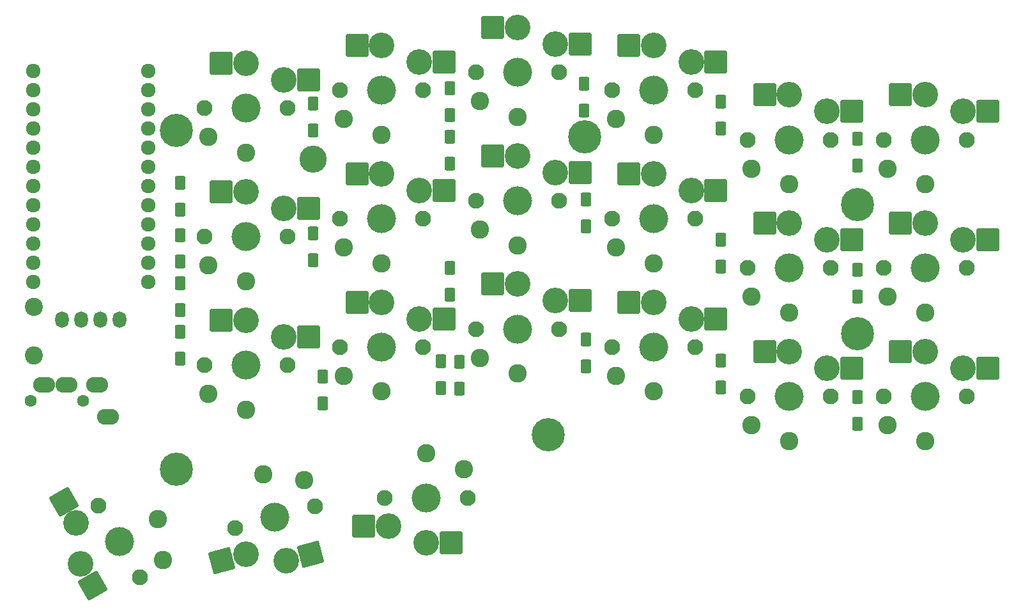
<source format=gbs>
G04 #@! TF.GenerationSoftware,KiCad,Pcbnew,(7.0.0-0)*
G04 #@! TF.CreationDate,2023-04-28T12:14:34+03:00*
G04 #@! TF.ProjectId,chococorne,63686f63-6f63-46f7-926e-652e6b696361,2.1*
G04 #@! TF.SameCoordinates,Original*
G04 #@! TF.FileFunction,Soldermask,Bot*
G04 #@! TF.FilePolarity,Negative*
%FSLAX46Y46*%
G04 Gerber Fmt 4.6, Leading zero omitted, Abs format (unit mm)*
G04 Created by KiCad (PCBNEW (7.0.0-0)) date 2023-04-28 12:14:34*
%MOMM*%
%LPD*%
G01*
G04 APERTURE LIST*
G04 Aperture macros list*
%AMRoundRect*
0 Rectangle with rounded corners*
0 $1 Rounding radius*
0 $2 $3 $4 $5 $6 $7 $8 $9 X,Y pos of 4 corners*
0 Add a 4 corners polygon primitive as box body*
4,1,4,$2,$3,$4,$5,$6,$7,$8,$9,$2,$3,0*
0 Add four circle primitives for the rounded corners*
1,1,$1+$1,$2,$3*
1,1,$1+$1,$4,$5*
1,1,$1+$1,$6,$7*
1,1,$1+$1,$8,$9*
0 Add four rect primitives between the rounded corners*
20,1,$1+$1,$2,$3,$4,$5,0*
20,1,$1+$1,$4,$5,$6,$7,0*
20,1,$1+$1,$6,$7,$8,$9,0*
20,1,$1+$1,$8,$9,$2,$3,0*%
G04 Aperture macros list end*
%ADD10C,2.101800*%
%ADD11C,3.400000*%
%ADD12C,3.829000*%
%ADD13RoundRect,0.200000X1.300000X1.300000X-1.300000X1.300000X-1.300000X-1.300000X1.300000X-1.300000X0*%
%ADD14C,2.432000*%
%ADD15RoundRect,0.200000X-1.300000X-1.300000X1.300000X-1.300000X1.300000X1.300000X-1.300000X1.300000X0*%
%ADD16RoundRect,0.200000X0.919239X1.592168X-1.592168X0.919239X-0.919239X-1.592168X1.592168X-0.919239X0*%
%ADD17RoundRect,0.200000X-0.500000X0.700000X-0.500000X-0.700000X0.500000X-0.700000X0.500000X0.700000X0*%
%ADD18C,4.400000*%
%ADD19C,3.600000*%
%ADD20C,2.400000*%
%ADD21RoundRect,0.200000X1.775833X-0.475833X0.475833X1.775833X-1.775833X0.475833X-0.475833X-1.775833X0*%
%ADD22O,1.797000X2.178000*%
%ADD23C,1.924000*%
%ADD24O,2.900000X2.100000*%
%ADD25C,1.600000*%
G04 APERTURE END LIST*
D10*
X208212500Y-117520000D03*
D11*
X202712500Y-123470000D03*
D12*
X202712500Y-117520000D03*
D11*
X197712500Y-121270000D03*
D10*
X197212500Y-117520000D03*
D13*
X205987500Y-123470000D03*
D14*
X202712500Y-111620000D03*
X207712500Y-113720000D03*
D13*
X194437500Y-121270000D03*
D10*
X227312500Y-97555000D03*
D11*
X232812500Y-91605000D03*
D12*
X232812500Y-97555000D03*
D11*
X237812500Y-93805000D03*
D10*
X238312500Y-97555000D03*
D15*
X229537500Y-91605000D03*
D14*
X232812500Y-103455000D03*
X227812500Y-101355000D03*
D15*
X241087500Y-93805000D03*
D10*
X187975092Y-118686495D03*
D11*
X184202473Y-125857259D03*
D12*
X182662500Y-120110000D03*
D11*
X178803442Y-125026317D03*
D10*
X177349908Y-121533505D03*
D16*
X187365880Y-125009626D03*
D14*
X181135468Y-114411038D03*
X186508617Y-115145387D03*
D16*
X175640035Y-125873949D03*
D10*
X245312500Y-87110000D03*
D11*
X250812500Y-81160000D03*
D12*
X250812500Y-87110000D03*
D11*
X255812500Y-83360000D03*
D10*
X256312500Y-87110000D03*
D15*
X247537500Y-81160000D03*
D14*
X250812500Y-93010000D03*
X245812500Y-90910000D03*
D15*
X259087500Y-83360000D03*
D17*
X241740000Y-102925990D03*
X241740000Y-99375990D03*
X170070000Y-99075990D03*
X170070000Y-95525990D03*
D18*
X218902500Y-109180000D03*
D17*
X223840000Y-100095990D03*
X223840000Y-96545990D03*
D19*
X187697500Y-72655000D03*
D17*
X170070000Y-92635990D03*
X170070000Y-89085990D03*
X188960000Y-105035990D03*
X188960000Y-101485990D03*
X187720000Y-68865990D03*
X187720000Y-65315990D03*
X259820000Y-107765990D03*
X259820000Y-104215990D03*
X259820000Y-73515990D03*
X259820000Y-69965990D03*
D18*
X259852500Y-95820000D03*
D17*
X223650000Y-62705000D03*
X223650000Y-66255000D03*
X205810000Y-73265990D03*
X205810000Y-69715990D03*
X205810000Y-66795990D03*
X205810000Y-63245990D03*
D18*
X259852500Y-78680000D03*
D17*
X204630000Y-103025990D03*
X204630000Y-99475990D03*
X241740000Y-68635990D03*
X241740000Y-65085990D03*
X241740000Y-86865990D03*
X241740000Y-83315990D03*
D20*
X150692500Y-92210000D03*
X150692500Y-98710000D03*
D17*
X207070000Y-103045990D03*
X207070000Y-99495990D03*
X170070000Y-86265990D03*
X170070000Y-82715990D03*
D18*
X169582500Y-68830000D03*
X223722000Y-69700000D03*
D10*
X164812500Y-128083140D03*
D11*
X156909649Y-126295000D03*
D12*
X162062500Y-123320000D03*
D11*
X156314905Y-120864873D03*
D10*
X159312500Y-118556860D03*
D21*
X158547149Y-129131233D03*
D14*
X167172050Y-120370000D03*
X167853397Y-125750127D03*
D21*
X154677405Y-118028640D03*
D10*
X227312500Y-63550000D03*
D11*
X232812500Y-57600000D03*
D12*
X232812500Y-63550000D03*
D11*
X237812500Y-59800000D03*
D10*
X238312500Y-63550000D03*
D15*
X229537500Y-57600000D03*
D14*
X232812500Y-69450000D03*
X227812500Y-67350000D03*
D15*
X241087500Y-59800000D03*
D10*
X173312500Y-65930000D03*
D11*
X178812500Y-59980000D03*
D12*
X178812500Y-65930000D03*
D11*
X183812500Y-62180000D03*
D10*
X184312500Y-65930000D03*
D15*
X175537500Y-59980000D03*
D14*
X178812500Y-71830000D03*
X173812500Y-69730000D03*
D15*
X187087500Y-62180000D03*
D10*
X191312500Y-80550000D03*
D11*
X196812500Y-74600000D03*
D12*
X196812500Y-80550000D03*
D11*
X201812500Y-76800000D03*
D10*
X202312500Y-80550000D03*
D15*
X193537500Y-74600000D03*
D14*
X196812500Y-86450000D03*
X191812500Y-84350000D03*
D15*
X205087500Y-76800000D03*
D10*
X209312500Y-61190000D03*
D11*
X214812500Y-55240000D03*
D12*
X214812500Y-61190000D03*
D11*
X219812500Y-57440000D03*
D10*
X220312500Y-61190000D03*
D15*
X211537500Y-55240000D03*
D14*
X214812500Y-67090000D03*
X209812500Y-64990000D03*
D15*
X223087500Y-57440000D03*
D10*
X173312500Y-99930000D03*
D11*
X178812500Y-93980000D03*
D12*
X178812500Y-99930000D03*
D11*
X183812500Y-96180000D03*
D10*
X184312500Y-99930000D03*
D15*
X175537500Y-93980000D03*
D14*
X178812500Y-105830000D03*
X173812500Y-103730000D03*
D15*
X187087500Y-96180000D03*
D10*
X263312500Y-87110000D03*
D11*
X268812500Y-81160000D03*
D12*
X268812500Y-87110000D03*
D11*
X273812500Y-83360000D03*
D10*
X274312500Y-87110000D03*
D15*
X265537500Y-81160000D03*
D14*
X268812500Y-93010000D03*
X263812500Y-90910000D03*
D15*
X277087500Y-83360000D03*
D22*
X162077499Y-93969999D03*
X159537499Y-93969999D03*
X156997499Y-93969999D03*
X154457499Y-93969999D03*
D10*
X209312500Y-95180000D03*
D11*
X214812500Y-89230000D03*
D12*
X214812500Y-95180000D03*
D11*
X219812500Y-91430000D03*
D10*
X220312500Y-95180000D03*
D15*
X211537500Y-89230000D03*
D14*
X214812500Y-101080000D03*
X209812500Y-98980000D03*
D15*
X223087500Y-91430000D03*
D23*
X150648900Y-60962000D03*
X150648900Y-63502000D03*
X150648900Y-66042000D03*
X150648900Y-68582000D03*
X150648900Y-71122000D03*
X150648900Y-73662000D03*
X150648900Y-76202000D03*
X150648900Y-78742000D03*
X150648900Y-81282000D03*
X150648900Y-83822000D03*
X150648900Y-86362000D03*
X150648900Y-88902000D03*
X165868900Y-88902000D03*
X165868900Y-86362000D03*
X165868900Y-83822000D03*
X165868900Y-81282000D03*
X165868900Y-78742000D03*
X165868900Y-76202000D03*
X165868900Y-73662000D03*
X165868900Y-71122000D03*
X165868900Y-68582000D03*
X165868900Y-66042000D03*
X165868900Y-63502000D03*
X165868900Y-60962000D03*
D10*
X173312500Y-82930000D03*
D11*
X178812500Y-76980000D03*
D12*
X178812500Y-82930000D03*
D11*
X183812500Y-79180000D03*
D10*
X184312500Y-82930000D03*
D15*
X175537500Y-76980000D03*
D14*
X178812500Y-88830000D03*
X173812500Y-86730000D03*
D15*
X187087500Y-79180000D03*
D10*
X263312500Y-104130000D03*
D11*
X268812500Y-98180000D03*
D12*
X268812500Y-104130000D03*
D11*
X273812500Y-100380000D03*
D10*
X274312500Y-104130000D03*
D15*
X265537500Y-98180000D03*
D14*
X268812500Y-110030000D03*
X263812500Y-107930000D03*
D15*
X277087500Y-100380000D03*
D10*
X191312500Y-63550000D03*
D11*
X196812500Y-57600000D03*
D12*
X196812500Y-63550000D03*
D11*
X201812500Y-59800000D03*
D10*
X202312500Y-63550000D03*
D15*
X193537500Y-57600000D03*
D14*
X196812500Y-69450000D03*
X191812500Y-67350000D03*
D15*
X205087500Y-59800000D03*
D10*
X245312500Y-70110000D03*
D11*
X250812500Y-64160000D03*
D12*
X250812500Y-70110000D03*
D11*
X255812500Y-66360000D03*
D10*
X256312500Y-70110000D03*
D15*
X247537500Y-64160000D03*
D14*
X250812500Y-76010000D03*
X245812500Y-73910000D03*
D15*
X259087500Y-66360000D03*
X223087500Y-74430000D03*
D14*
X209812500Y-81980000D03*
X214812500Y-84080000D03*
D15*
X211537500Y-72230000D03*
D10*
X220312500Y-78180000D03*
D11*
X219812500Y-74430000D03*
D12*
X214812500Y-78180000D03*
D11*
X214812500Y-72230000D03*
D10*
X209312500Y-78180000D03*
X263312500Y-70110000D03*
D11*
X268812500Y-64160000D03*
D12*
X268812500Y-70110000D03*
D11*
X273812500Y-66360000D03*
D10*
X274312500Y-70110000D03*
D15*
X265537500Y-64160000D03*
D14*
X268812500Y-76010000D03*
X263812500Y-73910000D03*
D15*
X277087500Y-66360000D03*
D24*
X159062499Y-102599999D03*
X155062499Y-102599999D03*
X152062499Y-102599999D03*
X160562499Y-106799999D03*
D25*
X157262500Y-104700000D03*
X150262500Y-104700000D03*
D10*
X191312500Y-97555000D03*
D11*
X196812500Y-91605000D03*
D12*
X196812500Y-97555000D03*
D11*
X201812500Y-93805000D03*
D10*
X202312500Y-97555000D03*
D15*
X193537500Y-91605000D03*
D14*
X196812500Y-103455000D03*
X191812500Y-101355000D03*
D15*
X205087500Y-93805000D03*
D10*
X245312500Y-104115000D03*
D11*
X250812500Y-98165000D03*
D12*
X250812500Y-104115000D03*
D11*
X255812500Y-100365000D03*
D10*
X256312500Y-104115000D03*
D15*
X247537500Y-98165000D03*
D14*
X250812500Y-110015000D03*
X245812500Y-107915000D03*
D15*
X259087500Y-100365000D03*
D17*
X170070000Y-79395990D03*
X170070000Y-75845990D03*
D18*
X169582500Y-113730000D03*
D10*
X227312500Y-80550000D03*
D11*
X232812500Y-74600000D03*
D12*
X232812500Y-80550000D03*
D11*
X237812500Y-76800000D03*
D10*
X238312500Y-80550000D03*
D15*
X229537500Y-74600000D03*
D14*
X232812500Y-86450000D03*
X227812500Y-84350000D03*
D15*
X241087500Y-76800000D03*
D17*
X187700000Y-86065990D03*
X187700000Y-82515990D03*
X205810000Y-90625990D03*
X205810000Y-87075990D03*
X223840000Y-81585990D03*
X223840000Y-78035990D03*
X259820000Y-90855990D03*
X259820000Y-87305990D03*
M02*

</source>
